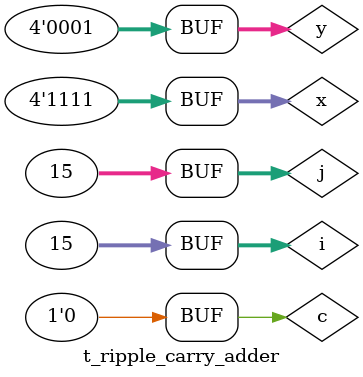
<source format=v>
/****************************************
* Title   : t_ripple_carry_addder.v
* Purpose : Test bench for 4-bit ripple carry adder model
* Author  : Harish R EE20B044 <harishrajesh2002@gmail.com>
* Date    : Dec 4 2021
*****************************************/

`timescale 1ns/1ps

module t_ripple_carry_adder ;

reg [3:0] x, y;
reg c;
wire [3:0] S;
wire C;

integer i, j;

ripple_carry_adder DUT  ( .S(S),
						.C(C),
						.x(x),
						.y(y),
						.c(c));

initial begin

	c = 1'b0;
	x = 4'b0000;
	y = 4'b0000;
	for (i=0; i<15; i++) begin
		#10 x = x + 4'b0001;
		for (j=0; j<15; j++) begin
			#10 y = y + 4'b0001;
		end
	end
end

initial 
	$monitor("x = %d y = %d c = %d S = %d C = %d", x, y, c, S, C);

endmodule


</source>
